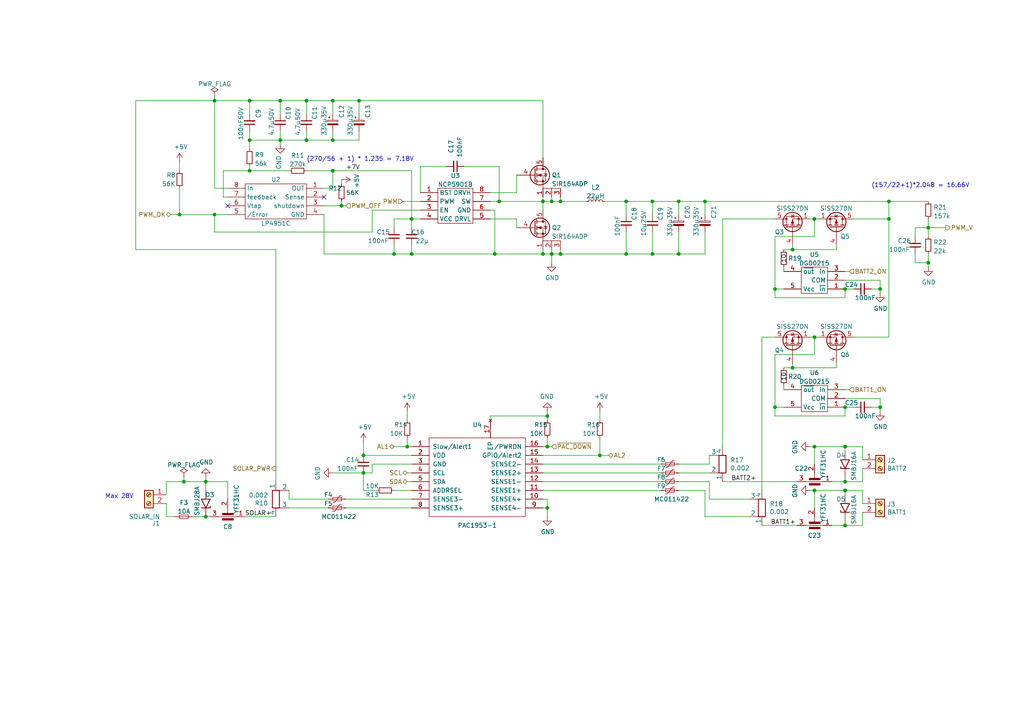
<source format=kicad_sch>
(kicad_sch (version 20211123) (generator eeschema)
  (paper "A4")
  (lib_symbols
    (symbol "Connector:Screw_Terminal_01x02" (pin_names (offset 1.016) hide)
      (property "Reference" "J" (at 0 2.54 0))
      (property "Value" "Screw_Terminal_01x02" (at 0 -5.08 0))
      (symbol "Screw_Terminal_01x02_1_1"
        (rectangle (start -1.27 1.27) (end 1.27 -3.81) (stroke (width 0.254)) (fill (type background)))
        (circle (center 0 -2.54) (radius 0.635) (stroke (width 0.1524)))
        (polyline (pts (xy -0.5334 -2.2098) (xy 0.3302 -3.048)) (stroke (width 0.1524)))
        (polyline (pts (xy -0.5334 0.3302) (xy 0.3302 -0.508)) (stroke (width 0.1524)))
        (polyline (pts (xy -0.3556 -2.032) (xy 0.508 -2.8702)) (stroke (width 0.1524)))
        (polyline (pts (xy -0.3556 0.508) (xy 0.508 -0.3302)) (stroke (width 0.1524)))
        (circle (center 0 0) (radius 0.635) (stroke (width 0.1524)))
        (pin passive line (at -5.08 0 0) (length 3.81) (name "Pin_1") (number "1"))
        (pin passive line (at -5.08 -2.54 0) (length 3.81) (name "Pin_2") (number "2"))
      )
    )
    (symbol "Device:C_Feedthrough" (pin_names (offset 0.254) hide)
      (property "Reference" "C" (at 0 7.62 0))
      (property "Value" "C_Feedthrough" (at 0 5.715 0))
      (symbol "C_Feedthrough_0_1"
        (rectangle (start -1.651 1.524) (end 1.524 2.032) (fill (type outline)))
        (polyline (pts (xy -2.54 2.54) (xy 2.54 2.54)))
        (polyline (pts (xy 0 0) (xy 0 1.778)))
        (rectangle (start 1.524 3.048) (end -1.651 3.556) (fill (type outline)))
      )
      (symbol "C_Feedthrough_1_1"
        (pin passive line (at -5.08 2.54 0) (length 2.54) (name "1") (number "1"))
        (pin passive line (at 0 -2.54 90) (length 2.54) (name "2") (number "2"))
        (pin passive line (at 5.08 2.54 180) (length 2.54) (name "3") (number "3"))
      )
    )
    (symbol "Device:C_Polarized_Small" (pin_numbers hide) (pin_names (offset 0.254) hide)
      (property "Reference" "C" (at 0.254 1.778 0))
      (property "Value" "C_Polarized_Small" (at 0.254 -2.032 0))
      (symbol "C_Polarized_Small_0_1"
        (rectangle (start -1.524 -0.3048) (end 1.524 -0.6858) (fill (type outline)))
        (rectangle (start -1.524 0.6858) (end 1.524 0.3048))
        (polyline (pts (xy -1.27 1.524) (xy -0.762 1.524)))
        (polyline (pts (xy -1.016 1.27) (xy -1.016 1.778)))
      )
      (symbol "C_Polarized_Small_1_1"
        (pin passive line (at 0 2.54 270) (length 1.8542) (name "~") (number "1"))
        (pin passive line (at 0 -2.54 90) (length 1.8542) (name "~") (number "2"))
      )
    )
    (symbol "Device:C_Small" (pin_numbers hide) (pin_names (offset 0.254) hide)
      (property "Reference" "C" (at 0.254 1.778 0))
      (property "Value" "C_Small" (at 0.254 -2.032 0))
      (symbol "C_Small_0_1"
        (polyline (pts (xy -1.524 -0.508) (xy 1.524 -0.508)) (stroke (width 0.3302)))
        (polyline (pts (xy -1.524 0.508) (xy 1.524 0.508)) (stroke (width 0.3048)))
      )
      (symbol "C_Small_1_1"
        (pin passive line (at 0 2.54 270) (length 2.032) (name "~") (number "1"))
        (pin passive line (at 0 -2.54 90) (length 2.032) (name "~") (number "2"))
      )
    )
    (symbol "Device:Fuse_Small" (pin_numbers hide) (pin_names (offset 0.254) hide)
      (property "Reference" "F" (at 0 -1.524 0))
      (property "Value" "Fuse_Small" (at 0 1.524 0))
      (symbol "Fuse_Small_0_1"
        (rectangle (start -1.27 0.508) (end 1.27 -0.508))
        (polyline (pts (xy -1.27 0) (xy 1.27 0)))
      )
      (symbol "Fuse_Small_1_1"
        (pin passive line (at -2.54 0 0) (length 1.27) (name "~") (number "1"))
        (pin passive line (at 2.54 0 180) (length 1.27) (name "~") (number "2"))
      )
    )
    (symbol "Device:L_Small" (pin_numbers hide) (pin_names (offset 0.254) hide)
      (property "Reference" "L" (at 0.762 1.016 0))
      (property "Value" "L_Small" (at 0.762 -1.016 0))
      (symbol "L_Small_0_1"
        (arc (start 0 -2.032) (mid 0.508 -1.524) (end 0 -1.016))
        (arc (start 0 -1.016) (mid 0.508 -0.508) (end 0 0))
        (arc (start 0 0) (mid 0.508 0.508) (end 0 1.016))
        (arc (start 0 1.016) (mid 0.508 1.524) (end 0 2.032))
      )
      (symbol "L_Small_1_1"
        (pin passive line (at 0 2.54 270) (length 0.508) (name "~") (number "1"))
        (pin passive line (at 0 -2.54 90) (length 0.508) (name "~") (number "2"))
      )
    )
    (symbol "Device:Polyfuse_Small" (pin_numbers hide) (pin_names (offset 0))
      (property "Reference" "F" (at -1.905 0 90))
      (property "Value" "Polyfuse_Small" (at 1.905 0 90))
      (symbol "Polyfuse_Small_0_1"
        (rectangle (start -0.508 1.27) (end 0.508 -1.27))
        (polyline (pts (xy 0 2.54) (xy 0 -2.54)))
        (polyline (pts (xy -1.016 1.27) (xy -1.016 0.762) (xy 1.016 -0.762) (xy 1.016 -1.27)))
      )
      (symbol "Polyfuse_Small_1_1"
        (pin passive line (at 0 2.54 270) (length 0.635) (name "~") (number "1"))
        (pin passive line (at 0 -2.54 90) (length 0.635) (name "~") (number "2"))
      )
    )
    (symbol "Device:R_Shunt" (pin_numbers hide) (pin_names (offset 0))
      (property "Reference" "R" (at -4.445 0 90))
      (property "Value" "R_Shunt" (at -2.54 0 90))
      (symbol "R_Shunt_0_1"
        (rectangle (start -1.016 -2.54) (end 1.016 2.54) (stroke (width 0.254)))
        (polyline (pts (xy 0 -2.54) (xy 1.27 -2.54)))
        (polyline (pts (xy 1.27 2.54) (xy 0 2.54)))
      )
      (symbol "R_Shunt_1_1"
        (pin passive line (at 0 5.08 270) (length 2.54) (name "1") (number "1"))
        (pin passive line (at 3.81 2.54 180) (length 2.54) (name "2") (number "2"))
        (pin passive line (at 3.81 -2.54 180) (length 2.54) (name "3") (number "3"))
        (pin passive line (at 0 -5.08 90) (length 2.54) (name "4") (number "4"))
      )
    )
    (symbol "Device:R_Small" (pin_numbers hide) (pin_names (offset 0.254) hide)
      (property "Reference" "R" (at 0.762 0.508 0))
      (property "Value" "R_Small" (at 0.762 -1.016 0))
      (symbol "R_Small_0_1"
        (rectangle (start -0.762 1.778) (end 0.762 -1.778) (stroke (width 0.2032)))
      )
      (symbol "R_Small_1_1"
        (pin passive line (at 0 2.54 270) (length 0.762) (name "~") (number "1"))
        (pin passive line (at 0 -2.54 90) (length 0.762) (name "~") (number "2"))
      )
    )
    (symbol "Diode:1.5KExxA" (pin_numbers hide) (pin_names (offset 1.016) hide)
      (property "Reference" "D" (at 0 2.54 0))
      (property "Value" "1.5KExxA" (at 0 -2.54 0))
      (symbol "1.5KExxA_0_1"
        (polyline (pts (xy -0.762 1.27) (xy -1.27 1.27) (xy -1.27 -1.27)) (stroke (width 0.254)))
        (polyline (pts (xy 1.27 1.27) (xy 1.27 -1.27) (xy -1.27 0) (xy 1.27 1.27)) (stroke (width 0.254)))
      )
      (symbol "1.5KExxA_1_1"
        (pin passive line (at -3.81 0 0) (length 2.54) (name "A1") (number "1"))
        (pin passive line (at 3.81 0 180) (length 2.54) (name "A2") (number "2"))
      )
    )
    (symbol "Transistor_FET:SiSS27DN" (pin_names hide)
      (property "Reference" "Q" (at 5.08 1.905 0))
      (property "Value" "SiSS27DN" (at 5.08 0 0))
      (symbol "SiSS27DN_0_1"
        (polyline (pts (xy 0.254 0) (xy -2.54 0)))
        (polyline (pts (xy 0.254 1.905) (xy 0.254 -1.905)) (stroke (width 0.254)))
        (polyline (pts (xy 0.762 -1.27) (xy 0.762 -2.286)) (stroke (width 0.254)))
        (polyline (pts (xy 0.762 0.508) (xy 0.762 -0.508)) (stroke (width 0.254)))
        (polyline (pts (xy 0.762 2.286) (xy 0.762 1.27)) (stroke (width 0.254)))
        (polyline (pts (xy 2.54 2.54) (xy 2.54 1.778)))
        (polyline (pts (xy 2.54 -2.54) (xy 2.54 0) (xy 0.762 0)))
        (polyline (pts (xy 0.762 1.778) (xy 3.302 1.778) (xy 3.302 -1.778) (xy 0.762 -1.778)))
        (polyline (pts (xy 2.286 0) (xy 1.27 0.381) (xy 1.27 -0.381) (xy 2.286 0)) (fill (type outline)))
        (polyline (pts (xy 2.794 -0.508) (xy 2.921 -0.381) (xy 3.683 -0.381) (xy 3.81 -0.254)))
        (polyline (pts (xy 3.302 -0.381) (xy 2.921 0.254) (xy 3.683 0.254) (xy 3.302 -0.381)))
        (circle (center 1.651 0) (radius 2.794) (stroke (width 0.254)))
        (circle (center 2.54 -1.778) (radius 0.254) (fill (type outline)))
        (circle (center 2.54 1.778) (radius 0.254) (fill (type outline)))
      )
      (symbol "SiSS27DN_1_1"
        (pin passive line (at 2.54 -5.08 90) (length 2.54) (name "S") (number "1"))
        (pin passive line (at 2.54 -5.08 90) (length 2.54) hide (name "S") (number "2"))
        (pin passive line (at 2.54 -5.08 90) (length 2.54) hide (name "S") (number "3"))
        (pin passive line (at -5.08 0 0) (length 2.54) (name "G") (number "4"))
        (pin passive line (at 2.54 5.08 270) (length 2.54) (name "D") (number "5"))
      )
    )
    (symbol "diode-local:DGD0215"
      (property "Reference" "U" (at 0 -5.08 0))
      (property "Value" "DGD0215" (at 0 5.08 0))
      (symbol "DGD0215_0_1"
        (rectangle (start -3.81 3.81) (end 3.81 -3.81) (stroke (width 0.1524)))
      )
      (symbol "DGD0215_1_1"
        (pin input line (at -8.89 2.54 0) (length 5.08) (name "~{in}") (number "1"))
        (pin power_in line (at -8.89 0 0) (length 5.08) (name "COM") (number "2"))
        (pin input line (at -8.89 -2.54 0) (length 5.08) (name "in") (number "3"))
        (pin output line (at 8.89 -2.54 180) (length 5.08) (name "~{out}") (number "4"))
        (pin power_in line (at 8.89 2.54 180) (length 5.08) (name "Vcc") (number "5"))
      )
    )
    (symbol "microchip-local:PAC1953-1" (pin_names (offset 1.016))
      (property "Reference" "U" (at 0 13.97 0))
      (property "Value" "PAC1953-1" (at 0 -13.97 0))
      (symbol "PAC1953-1_0_1"
        (rectangle (start -13.97 11.43) (end 13.97 -11.43))
      )
      (symbol "PAC1953-1_1_1"
        (pin bidirectional line (at -19.05 8.89 0) (length 5.08) (name "Slow/Alert1") (number "1"))
        (pin input line (at 19.05 -6.35 180) (length 5.08) (name "SENSE4+") (number "10"))
        (pin input line (at 19.05 -3.81 180) (length 5.08) (name "SENSE1+") (number "11"))
        (pin input line (at 19.05 -1.27 180) (length 5.08) (name "SENSE1-") (number "12"))
        (pin input line (at 19.05 1.27 180) (length 5.08) (name "SENSE2+") (number "13"))
        (pin input line (at 19.05 3.81 180) (length 5.08) (name "SENSE2-") (number "14"))
        (pin bidirectional line (at 19.05 6.35 180) (length 5.08) (name "GPIO/Alert2") (number "15"))
        (pin input line (at 19.05 8.89 180) (length 5.08) (name "/PWRDN") (number "16"))
        (pin no_connect line (at 3.81 16.51 270) (length 5.08) (name "EP") (number "17"))
        (pin power_in line (at -19.05 6.35 0) (length 5.08) (name "VDD") (number "2"))
        (pin power_in line (at -19.05 3.81 0) (length 5.08) (name "GND") (number "3"))
        (pin input line (at -19.05 1.27 0) (length 5.08) (name "SCL") (number "4"))
        (pin input line (at -19.05 -1.27 0) (length 5.08) (name "SDA") (number "5"))
        (pin input line (at -19.05 -3.81 0) (length 5.08) (name "ADDRSEL") (number "6"))
        (pin input line (at -19.05 -6.35 0) (length 5.08) (name "SENSE3-") (number "7"))
        (pin input line (at -19.05 -8.89 0) (length 5.08) (name "SENSE3+") (number "8"))
        (pin input line (at 19.05 -8.89 180) (length 5.08) (name "SENSE4-") (number "9"))
      )
    )
    (symbol "onsemi-local:NCP5901B"
      (property "Reference" "U" (at 0 -6.35 0))
      (property "Value" "NCP5901B" (at 0 6.35 0))
      (symbol "NCP5901B_0_1"
        (rectangle (start -5.08 5.08) (end 5.08 -5.08) (stroke (width 0.1524)))
      )
      (symbol "NCP5901B_1_1"
        (pin input line (at -10.16 3.81 0) (length 5.08) (name "BST") (number "1"))
        (pin input line (at -10.16 1.27 0) (length 5.08) (name "PWM") (number "2"))
        (pin open_collector line (at -10.16 -1.27 0) (length 5.08) (name "EN") (number "3"))
        (pin power_in line (at -10.16 -3.81 0) (length 5.08) (name "VCC") (number "4"))
        (pin output line (at 10.16 -3.81 180) (length 5.08) (name "DRVL") (number "5"))
        (pin power_in line (at 10.16 -1.27 180) (length 5.08) (name "GND") (number "6"))
        (pin input line (at 10.16 1.27 180) (length 5.08) (name "SW") (number "7"))
        (pin output line (at 10.16 3.81 180) (length 5.08) (name "DRVH") (number "8"))
      )
    )
    (symbol "power:+5V" (power) (pin_names (offset 0))
      (property "Value" "+5V" (at 0 3.556 0))
      (symbol "+5V_0_1"
        (polyline (pts (xy -0.762 1.27) (xy 0 2.54)))
        (polyline (pts (xy 0 0) (xy 0 2.54)))
        (polyline (pts (xy 0 2.54) (xy 0.762 1.27)))
      )
      (symbol "+5V_1_1"
        (pin power_in line (at 0 0 90) (length 0) hide (name "+5V") (number "1"))
      )
    )
    (symbol "power:GND" (power) (pin_names (offset 0))
      (property "Value" "GND" (at 0 -3.81 0))
      (symbol "GND_0_1"
        (polyline (pts (xy 0 0) (xy 0 -1.27) (xy 1.27 -1.27) (xy 0 -2.54) (xy -1.27 -1.27) (xy 0 -1.27)))
      )
      (symbol "GND_1_1"
        (pin power_in line (at 0 0 270) (length 0) hide (name "GND") (number "1"))
      )
    )
    (symbol "power:PWR_FLAG" (power) (pin_numbers hide) (pin_names (offset 0) hide)
      (property "Value" "PWR_FLAG" (at 0 3.81 0))
      (symbol "PWR_FLAG_0_0"
        (pin power_out line (at 0 0 90) (length 0) (name "pwr") (number "1"))
      )
      (symbol "PWR_FLAG_0_1"
        (polyline (pts (xy 0 0) (xy 0 1.27) (xy -1.016 1.905) (xy 0 2.54) (xy 1.016 1.905) (xy 0 1.27)))
      )
    )
    (symbol "q_nmos_sssgd:Q_NMOS_SSSGD" (pin_names (offset 0) hide)
      (property "Reference" "Q" (at 5.08 1.27 0))
      (property "Value" "Q_NMOS_SSSGD" (at 5.08 -1.27 0))
      (symbol "Q_NMOS_SSSGD_0_1"
        (polyline (pts (xy 0.762 -1.778) (xy 2.54 -1.778)))
        (polyline (pts (xy 0.762 -1.27) (xy 0.762 -2.286)) (stroke (width 0.254)))
        (polyline (pts (xy 0.762 0) (xy 2.54 0)))
        (polyline (pts (xy 0.762 0.508) (xy 0.762 -0.508)) (stroke (width 0.254)))
        (polyline (pts (xy 0.762 1.778) (xy 2.54 1.778)))
        (polyline (pts (xy 0.762 2.286) (xy 0.762 1.27)) (stroke (width 0.254)))
        (polyline (pts (xy 2.54 -3.81) (xy 5.08 -3.81)))
        (polyline (pts (xy 2.54 -2.54) (xy 2.54 -3.81)))
        (polyline (pts (xy 2.54 -1.778) (xy 2.54 -2.54)))
        (polyline (pts (xy 2.54 -1.778) (xy 2.54 0)))
        (polyline (pts (xy 2.54 2.54) (xy 2.54 1.778)))
        (polyline (pts (xy 5.08 -3.81) (xy 7.62 -3.81)))
        (polyline (pts (xy 0.254 1.905) (xy 0.254 -1.905) (xy 0.254 -1.905)) (stroke (width 0.254)))
        (polyline (pts (xy 1.016 0) (xy 2.032 0.381) (xy 2.032 -0.381) (xy 1.016 0)) (fill (type outline)))
        (polyline (pts (xy 2.54 -1.778) (xy 3.302 -1.778) (xy 3.302 1.778) (xy 2.54 1.778)))
        (polyline (pts (xy 2.794 0.508) (xy 2.921 0.381) (xy 3.683 0.381) (xy 3.81 0.254)))
        (polyline (pts (xy 3.302 0.381) (xy 2.921 -0.254) (xy 3.683 -0.254) (xy 3.302 0.381)))
        (circle (center 1.651 0) (radius 2.8194) (stroke (width 0.254)))
        (circle (center 2.54 -1.778) (radius 0.2794) (fill (type outline)))
        (circle (center 2.54 1.778) (radius 0.2794) (fill (type outline)))
      )
      (symbol "Q_NMOS_SSSGD_1_1"
        (pin input line (at 2.54 -6.35 90) (length 2.54) (name "S") (number "1"))
        (pin input line (at 5.08 -6.35 90) (length 2.54) (name "S") (number "2"))
        (pin input line (at 7.62 -6.35 90) (length 2.54) (name "S") (number "3"))
        (pin input line (at -5.08 0 0) (length 5.334) (name "G") (number "4"))
        (pin passive line (at 2.54 5.08 270) (length 2.54) (name "D") (number "5"))
      )
    )
    (symbol "texas-local:LP4951C"
      (property "Reference" "U" (at 0 -8.89 0))
      (property "Value" "LP4951C" (at 0 8.89 0))
      (symbol "LP4951C_0_1"
        (rectangle (start -8.89 5.08) (end 8.89 -5.08) (stroke (width 0.1524)))
      )
      (symbol "LP4951C_1_1"
        (pin power_out line (at -13.97 3.81 0) (length 5.08) (name "OUT") (number "1"))
        (pin input line (at -13.97 1.27 0) (length 5.08) (name "Sense") (number "2"))
        (pin input line (at -13.97 -1.27 0) (length 5.08) (name "shutdown") (number "3"))
        (pin power_in line (at -13.97 -3.81 0) (length 5.08) (name "GND") (number "4"))
        (pin open_collector line (at 13.97 -3.81 180) (length 5.08) (name "/Error") (number "5"))
        (pin output line (at 13.97 -1.27 180) (length 5.08) (name "Vtap") (number "6"))
        (pin input line (at 13.97 1.27 180) (length 5.08) (name "feedback") (number "7"))
        (pin power_in line (at 13.97 3.81 180) (length 5.08) (name "In") (number "8"))
      )
    )
  )
  (junction (at 157.48 73.66))
  (junction (at 72.39 49.53))
  (junction (at 236.22 97.79))
  (junction (at 255.27 118.11))
  (junction (at 59.69 139.7))
  (junction (at 96.52 29.21))
  (junction (at 255.27 83.82))
  (junction (at 88.9 40.64))
  (junction (at 245.11 118.11))
  (junction (at 181.61 58.42))
  (junction (at 59.69 149.86))
  (junction (at 229.87 106.68))
  (junction (at 196.85 58.42))
  (junction (at 269.24 66.04))
  (junction (at 236.22 142.24))
  (junction (at 88.9 29.21))
  (junction (at 236.22 63.5))
  (junction (at 96.52 40.64))
  (junction (at 204.47 58.42))
  (junction (at 99.06 59.69))
  (junction (at 119.38 63.5))
  (junction (at 72.39 40.64))
  (junction (at 229.87 72.39))
  (junction (at 160.02 58.42))
  (junction (at 144.78 58.42))
  (junction (at 105.41 137.16))
  (junction (at 81.28 29.21))
  (junction (at 52.07 62.23))
  (junction (at 96.52 49.53))
  (junction (at 257.81 63.5))
  (junction (at 53.34 139.7))
  (junction (at 196.85 73.66))
  (junction (at 245.11 83.82))
  (junction (at 157.48 58.42))
  (junction (at 269.24 76.2))
  (junction (at 62.23 29.21))
  (junction (at 105.41 132.08))
  (junction (at 158.75 147.32))
  (junction (at 158.75 129.54))
  (junction (at 245.11 129.54))
  (junction (at 257.81 58.42))
  (junction (at 114.3 73.66))
  (junction (at 81.28 40.64))
  (junction (at 189.23 73.66))
  (junction (at 236.22 129.54))
  (junction (at 245.11 152.4))
  (junction (at 245.11 142.24))
  (junction (at 160.02 73.66))
  (junction (at 224.79 118.11))
  (junction (at 104.14 29.21))
  (junction (at 119.38 73.66))
  (junction (at 62.23 62.23))
  (junction (at 173.99 132.08))
  (junction (at 224.79 83.82))
  (junction (at 181.61 73.66))
  (junction (at 189.23 58.42))
  (junction (at 162.56 58.42))
  (junction (at 143.51 73.66))
  (junction (at 118.11 129.54))
  (junction (at 158.75 120.65))
  (junction (at 245.11 139.7))
  (junction (at 72.39 29.21))
  (junction (at 162.56 73.66))
  (no_connect (at 66.04 59.69))
  (no_connect (at 93.98 57.15))
  (wire (pts (xy 269.24 63.5) (xy 269.24 66.04)))
  (wire (pts (xy 245.11 113.03) (xy 246.38 113.03)))
  (wire (pts (xy 157.48 147.32) (xy 158.75 147.32)))
  (wire (pts (xy 160.02 73.66) (xy 157.48 73.66)))
  (wire (pts (xy 250.19 152.4) (xy 250.19 148.59)))
  (wire (pts (xy 88.9 38.1) (xy 88.9 40.64)))
  (wire (pts (xy 62.23 67.31) (xy 62.23 62.23)))
  (wire (pts (xy 144.78 58.42) (xy 157.48 58.42)))
  (wire (pts (xy 119.38 49.53) (xy 119.38 63.5)))
  (wire (pts (xy 62.23 29.21) (xy 62.23 54.61)))
  (wire (pts (xy 144.78 58.42) (xy 142.24 58.42)))
  (wire (pts (xy 241.3 139.7) (xy 245.11 139.7)))
  (wire (pts (xy 160.02 73.66) (xy 160.02 76.2)))
  (wire (pts (xy 157.48 58.42) (xy 160.02 58.42)))
  (wire (pts (xy 236.22 63.5) (xy 237.49 63.5)))
  (wire (pts (xy 157.48 134.62) (xy 191.77 134.62)))
  (wire (pts (xy 83.82 144.78) (xy 83.82 142.24)))
  (wire (pts (xy 157.48 137.16) (xy 191.77 137.16)))
  (wire (pts (xy 241.3 152.4) (xy 245.11 152.4)))
  (wire (pts (xy 72.39 40.64) (xy 72.39 43.18)))
  (wire (pts (xy 116.84 58.42) (xy 121.92 58.42)))
  (wire (pts (xy 119.38 132.08) (xy 105.41 132.08)))
  (wire (pts (xy 93.98 59.69) (xy 99.06 59.69)))
  (wire (pts (xy 62.23 62.23) (xy 66.04 62.23)))
  (wire (pts (xy 134.62 48.26) (xy 144.78 48.26)))
  (wire (pts (xy 205.74 144.78) (xy 205.74 139.7)))
  (wire (pts (xy 252.73 118.11) (xy 255.27 118.11)))
  (wire (pts (xy 59.69 138.43) (xy 59.69 139.7)))
  (wire (pts (xy 64.77 49.53) (xy 64.77 57.15)))
  (wire (pts (xy 220.98 97.79) (xy 224.79 97.79)))
  (wire (pts (xy 204.47 67.31) (xy 204.47 73.66)))
  (wire (pts (xy 224.79 118.11) (xy 227.33 118.11)))
  (wire (pts (xy 118.11 129.54) (xy 114.3 129.54)))
  (wire (pts (xy 181.61 58.42) (xy 175.26 58.42)))
  (wire (pts (xy 196.85 142.24) (xy 204.47 142.24)))
  (wire (pts (xy 59.69 139.7) (xy 66.04 139.7)))
  (wire (pts (xy 157.48 142.24) (xy 191.77 142.24)))
  (wire (pts (xy 269.24 66.04) (xy 274.32 66.04)))
  (wire (pts (xy 269.24 76.2) (xy 269.24 77.47)))
  (wire (pts (xy 162.56 58.42) (xy 162.56 57.15)))
  (wire (pts (xy 96.52 29.21) (xy 104.14 29.21)))
  (wire (pts (xy 157.48 132.08) (xy 173.99 132.08)))
  (wire (pts (xy 245.11 78.74) (xy 246.38 78.74)))
  (wire (pts (xy 143.51 60.96) (xy 143.51 73.66)))
  (wire (pts (xy 160.02 129.54) (xy 158.75 129.54)))
  (wire (pts (xy 189.23 58.42) (xy 196.85 58.42)))
  (wire (pts (xy 196.85 134.62) (xy 205.74 134.62)))
  (wire (pts (xy 157.48 58.42) (xy 157.48 57.15)))
  (wire (pts (xy 149.86 63.5) (xy 149.86 66.04)))
  (wire (pts (xy 118.11 129.54) (xy 119.38 129.54)))
  (wire (pts (xy 53.34 138.43) (xy 53.34 139.7)))
  (wire (pts (xy 224.79 118.11) (xy 224.79 120.65)))
  (wire (pts (xy 236.22 129.54) (xy 245.11 129.54)))
  (wire (pts (xy 71.12 149.86) (xy 80.01 149.86)))
  (wire (pts (xy 245.11 120.65) (xy 224.79 120.65)))
  (wire (pts (xy 236.22 97.79) (xy 237.49 97.79)))
  (wire (pts (xy 245.11 83.82) (xy 245.11 86.36)))
  (wire (pts (xy 269.24 66.04) (xy 265.43 66.04)))
  (wire (pts (xy 255.27 81.28) (xy 255.27 83.82)))
  (wire (pts (xy 64.77 57.15) (xy 66.04 57.15)))
  (wire (pts (xy 118.11 137.16) (xy 119.38 137.16)))
  (wire (pts (xy 162.56 58.42) (xy 170.18 58.42)))
  (wire (pts (xy 96.52 40.64) (xy 104.14 40.64)))
  (wire (pts (xy 99.06 52.07) (xy 99.06 53.34)))
  (wire (pts (xy 142.24 55.88) (xy 149.86 55.88)))
  (wire (pts (xy 81.28 40.64) (xy 81.28 41.91)))
  (wire (pts (xy 52.07 49.53) (xy 52.07 46.99)))
  (wire (pts (xy 83.82 49.53) (xy 72.39 49.53)))
  (wire (pts (xy 173.99 132.08) (xy 173.99 127)))
  (wire (pts (xy 257.81 63.5) (xy 247.65 63.5)))
  (wire (pts (xy 114.3 73.66) (xy 119.38 73.66)))
  (wire (pts (xy 181.61 58.42) (xy 181.61 62.23)))
  (wire (pts (xy 242.57 71.12) (xy 242.57 72.39)))
  (wire (pts (xy 204.47 149.86) (xy 217.17 149.86)))
  (wire (pts (xy 48.26 139.7) (xy 53.34 139.7)))
  (wire (pts (xy 245.11 152.4) (xy 250.19 152.4)))
  (wire (pts (xy 227.33 111.76) (xy 227.33 113.03)))
  (wire (pts (xy 121.92 60.96) (xy 107.95 60.96)))
  (wire (pts (xy 100.33 144.78) (xy 119.38 144.78)))
  (wire (pts (xy 209.55 139.7) (xy 231.14 139.7)))
  (wire (pts (xy 196.85 139.7) (xy 205.74 139.7)))
  (wire (pts (xy 236.22 142.24) (xy 245.11 142.24)))
  (wire (pts (xy 227.33 77.47) (xy 227.33 78.74)))
  (wire (pts (xy 158.75 120.65) (xy 142.24 120.65)))
  (wire (pts (xy 173.99 132.08) (xy 176.53 132.08)))
  (wire (pts (xy 162.56 73.66) (xy 181.61 73.66)))
  (wire (pts (xy 96.52 49.53) (xy 119.38 49.53)))
  (wire (pts (xy 234.95 97.79) (xy 236.22 97.79)))
  (wire (pts (xy 119.38 71.12) (xy 119.38 73.66)))
  (wire (pts (xy 81.28 29.21) (xy 72.39 29.21)))
  (wire (pts (xy 96.52 29.21) (xy 96.52 33.02)))
  (wire (pts (xy 107.95 137.16) (xy 107.95 134.62)))
  (wire (pts (xy 118.11 139.7) (xy 119.38 139.7)))
  (wire (pts (xy 72.39 49.53) (xy 72.39 48.26)))
  (wire (pts (xy 220.98 142.24) (xy 220.98 97.79)))
  (wire (pts (xy 162.56 72.39) (xy 162.56 73.66)))
  (wire (pts (xy 245.11 118.11) (xy 245.11 120.65)))
  (wire (pts (xy 269.24 66.04) (xy 269.24 68.58)))
  (wire (pts (xy 250.19 129.54) (xy 250.19 133.35)))
  (wire (pts (xy 119.38 63.5) (xy 121.92 63.5)))
  (wire (pts (xy 250.19 139.7) (xy 250.19 135.89)))
  (wire (pts (xy 234.95 63.5) (xy 236.22 63.5)))
  (wire (pts (xy 119.38 73.66) (xy 143.51 73.66)))
  (wire (pts (xy 59.69 139.7) (xy 59.69 142.24)))
  (wire (pts (xy 189.23 58.42) (xy 181.61 58.42)))
  (wire (pts (xy 88.9 40.64) (xy 96.52 40.64)))
  (wire (pts (xy 224.79 63.5) (xy 209.55 63.5)))
  (wire (pts (xy 234.95 142.24) (xy 236.22 142.24)))
  (wire (pts (xy 158.75 129.54) (xy 158.75 127)))
  (wire (pts (xy 48.26 149.86) (xy 50.8 149.86)))
  (wire (pts (xy 104.14 29.21) (xy 104.14 33.02)))
  (wire (pts (xy 204.47 142.24) (xy 204.47 149.86)))
  (wire (pts (xy 53.34 139.7) (xy 59.69 139.7)))
  (wire (pts (xy 52.07 62.23) (xy 62.23 62.23)))
  (wire (pts (xy 236.22 63.5) (xy 236.22 68.58)))
  (wire (pts (xy 265.43 66.04) (xy 265.43 68.58)))
  (wire (pts (xy 257.81 58.42) (xy 257.81 63.5)))
  (wire (pts (xy 189.23 67.31) (xy 189.23 73.66)))
  (wire (pts (xy 72.39 29.21) (xy 62.23 29.21)))
  (wire (pts (xy 99.06 58.42) (xy 99.06 59.69)))
  (wire (pts (xy 114.3 71.12) (xy 114.3 73.66)))
  (wire (pts (xy 245.11 115.57) (xy 255.27 115.57)))
  (wire (pts (xy 55.88 149.86) (xy 59.69 149.86)))
  (wire (pts (xy 224.79 102.87) (xy 224.79 118.11)))
  (wire (pts (xy 96.52 49.53) (xy 88.9 49.53)))
  (wire (pts (xy 118.11 127) (xy 118.11 129.54)))
  (wire (pts (xy 39.37 29.21) (xy 62.23 29.21)))
  (wire (pts (xy 114.3 66.04) (xy 114.3 63.5)))
  (wire (pts (xy 157.48 29.21) (xy 157.48 45.72)))
  (wire (pts (xy 72.39 49.53) (xy 64.77 49.53)))
  (wire (pts (xy 142.24 120.65) (xy 142.24 121.92)))
  (wire (pts (xy 245.11 81.28) (xy 255.27 81.28)))
  (wire (pts (xy 236.22 68.58) (xy 224.79 68.58)))
  (wire (pts (xy 162.56 73.66) (xy 160.02 73.66)))
  (wire (pts (xy 229.87 72.39) (xy 229.87 71.12)))
  (wire (pts (xy 245.11 86.36) (xy 224.79 86.36)))
  (wire (pts (xy 196.85 67.31) (xy 196.85 73.66)))
  (wire (pts (xy 62.23 67.31) (xy 107.95 67.31)))
  (wire (pts (xy 158.75 120.65) (xy 158.75 121.92)))
  (wire (pts (xy 229.87 106.68) (xy 229.87 105.41)))
  (wire (pts (xy 93.98 62.23) (xy 93.98 73.66)))
  (wire (pts (xy 80.01 72.39) (xy 39.37 72.39)))
  (wire (pts (xy 224.79 68.58) (xy 224.79 83.82)))
  (wire (pts (xy 255.27 115.57) (xy 255.27 118.11)))
  (wire (pts (xy 224.79 83.82) (xy 227.33 83.82)))
  (wire (pts (xy 181.61 67.31) (xy 181.61 73.66)))
  (wire (pts (xy 245.11 142.24) (xy 245.11 143.51)))
  (wire (pts (xy 173.99 121.92) (xy 173.99 119.38)))
  (wire (pts (xy 114.3 63.5) (xy 119.38 63.5)))
  (wire (pts (xy 204.47 58.42) (xy 257.81 58.42)))
  (wire (pts (xy 157.48 58.42) (xy 157.48 60.96)))
  (wire (pts (xy 96.52 40.64) (xy 96.52 38.1)))
  (wire (pts (xy 245.11 83.82) (xy 247.65 83.82)))
  (wire (pts (xy 88.9 29.21) (xy 88.9 33.02)))
  (wire (pts (xy 236.22 129.54) (xy 236.22 134.62)))
  (wire (pts (xy 72.39 29.21) (xy 72.39 33.02)))
  (wire (pts (xy 245.11 129.54) (xy 250.19 129.54)))
  (wire (pts (xy 81.28 38.1) (xy 81.28 40.64)))
  (wire (pts (xy 257.81 97.79) (xy 257.81 63.5)))
  (wire (pts (xy 39.37 72.39) (xy 39.37 29.21)))
  (wire (pts (xy 81.28 40.64) (xy 72.39 40.64)))
  (wire (pts (xy 269.24 73.66) (xy 269.24 76.2)))
  (wire (pts (xy 265.43 76.2) (xy 269.24 76.2)))
  (wire (pts (xy 189.23 73.66) (xy 181.61 73.66)))
  (wire (pts (xy 205.74 134.62) (xy 205.74 132.08)))
  (wire (pts (xy 81.28 29.21) (xy 81.28 33.02)))
  (wire (pts (xy 242.57 72.39) (xy 229.87 72.39)))
  (wire (pts (xy 62.23 27.94) (xy 62.23 29.21)))
  (wire (pts (xy 62.23 54.61) (xy 66.04 54.61)))
  (wire (pts (xy 158.75 119.38) (xy 158.75 120.65)))
  (wire (pts (xy 118.11 121.92) (xy 118.11 119.38)))
  (wire (pts (xy 245.11 118.11) (xy 247.65 118.11)))
  (wire (pts (xy 157.48 73.66) (xy 157.48 72.39)))
  (wire (pts (xy 142.24 63.5) (xy 149.86 63.5)))
  (wire (pts (xy 83.82 144.78) (xy 95.25 144.78)))
  (wire (pts (xy 160.02 72.39) (xy 160.02 73.66)))
  (wire (pts (xy 245.11 129.54) (xy 245.11 130.81)))
  (wire (pts (xy 96.52 137.16) (xy 105.41 137.16)))
  (wire (pts (xy 88.9 40.64) (xy 81.28 40.64)))
  (wire (pts (xy 149.86 55.88) (xy 149.86 50.8)))
  (wire (pts (xy 52.07 54.61) (xy 52.07 62.23)))
  (wire (pts (xy 234.95 129.54) (xy 236.22 129.54)))
  (wire (pts (xy 119.38 142.24) (xy 114.3 142.24)))
  (wire (pts (xy 107.95 134.62) (xy 119.38 134.62)))
  (wire (pts (xy 80.01 72.39) (xy 80.01 139.7)))
  (wire (pts (xy 229.87 72.39) (xy 227.33 72.39)))
  (wire (pts (xy 265.43 73.66) (xy 265.43 76.2)))
  (wire (pts (xy 245.11 139.7) (xy 250.19 139.7)))
  (wire (pts (xy 220.98 152.4) (xy 231.14 152.4)))
  (wire (pts (xy 252.73 83.82) (xy 255.27 83.82)))
  (wire (pts (xy 236.22 102.87) (xy 224.79 102.87)))
  (wire (pts (xy 143.51 73.66) (xy 157.48 73.66)))
  (wire (pts (xy 245.11 151.13) (xy 245.11 152.4)))
  (wire (pts (xy 196.85 58.42) (xy 196.85 62.23)))
  (wire (pts (xy 48.26 139.7) (xy 48.26 143.51)))
  (wire (pts (xy 119.38 66.04) (xy 119.38 63.5)))
  (wire (pts (xy 105.41 132.08) (xy 105.41 128.27)))
  (wire (pts (xy 204.47 58.42) (xy 204.47 62.23)))
  (wire (pts (xy 66.04 139.7) (xy 66.04 144.78)))
  (wire (pts (xy 196.85 58.42) (xy 204.47 58.42)))
  (wire (pts (xy 100.33 147.32) (xy 119.38 147.32)))
  (wire (pts (xy 93.98 73.66) (xy 114.3 73.66)))
  (wire (pts (xy 109.22 142.24) (xy 105.41 142.24)))
  (wire (pts (xy 88.9 29.21) (xy 96.52 29.21)))
  (wire (pts (xy 160.02 57.15) (xy 160.02 58.42)))
  (wire (pts (xy 189.23 73.66) (xy 196.85 73.66)))
  (wire (pts (xy 157.48 144.78) (xy 158.75 144.78)))
  (wire (pts (xy 157.48 129.54) (xy 158.75 129.54)))
  (wire (pts (xy 144.78 48.26) (xy 144.78 58.42)))
  (wire (pts (xy 255.27 83.82) (xy 255.27 85.09)))
  (wire (pts (xy 158.75 147.32) (xy 158.75 149.86)))
  (wire (pts (xy 88.9 29.21) (xy 81.28 29.21)))
  (wire (pts (xy 48.26 149.86) (xy 48.26 146.05)))
  (wire (pts (xy 107.95 60.96) (xy 107.95 67.31)))
  (wire (pts (xy 157.48 139.7) (xy 191.77 139.7)))
  (wire (pts (xy 250.19 142.24) (xy 250.19 146.05)))
  (wire (pts (xy 105.41 137.16) (xy 105.41 142.24)))
  (wire (pts (xy 83.82 147.32) (xy 95.25 147.32)))
  (wire (pts (xy 49.53 62.23) (xy 52.07 62.23)))
  (wire (pts (xy 209.55 63.5) (xy 209.55 129.54)))
  (wire (pts (xy 196.85 137.16) (xy 205.74 137.16)))
  (wire (pts (xy 160.02 58.42) (xy 162.56 58.42)))
  (wire (pts (xy 104.14 40.64) (xy 104.14 38.1)))
  (wire (pts (xy 158.75 144.78) (xy 158.75 147.32)))
  (wire (pts (xy 224.79 83.82) (xy 224.79 86.36)))
  (wire (pts (xy 93.98 54.61) (xy 96.52 54.61)))
  (wire (pts (xy 96.52 54.61) (xy 96.52 49.53)))
  (wire (pts (xy 217.17 144.78) (xy 205.74 144.78)))
  (wire (pts (xy 257.81 58.42) (xy 269.24 58.42)))
  (wire (pts (xy 245.11 138.43) (xy 245.11 139.7)))
  (wire (pts (xy 59.69 149.86) (xy 60.96 149.86)))
  (wire (pts (xy 105.41 137.16) (xy 107.95 137.16)))
  (wire (pts (xy 242.57 105.41) (xy 242.57 106.68)))
  (wire (pts (xy 236.22 97.79) (xy 236.22 102.87)))
  (wire (pts (xy 99.06 59.69) (xy 100.33 59.69)))
  (wire (pts (xy 247.65 97.79) (xy 257.81 97.79)))
  (wire (pts (xy 229.87 106.68) (xy 227.33 106.68)))
  (wire (pts (xy 121.92 55.88) (xy 121.92 48.26)))
  (wire (pts (xy 242.57 106.68) (xy 229.87 106.68)))
  (wire (pts (xy 104.14 29.21) (xy 157.48 29.21)))
  (wire (pts (xy 245.11 142.24) (xy 250.19 142.24)))
  (wire (pts (xy 255.27 118.11) (xy 255.27 119.38)))
  (wire (pts (xy 143.51 60.96) (xy 142.24 60.96)))
  (wire (pts (xy 189.23 58.42) (xy 189.23 62.23)))
  (wire (pts (xy 121.92 48.26) (xy 129.54 48.26)))
  (wire (pts (xy 196.85 73.66) (xy 204.47 73.66)))
  (wire (pts (xy 236.22 142.24) (xy 236.22 147.32)))
  (wire (pts (xy 72.39 40.64) (xy 72.39 38.1)))
  (text "Max 28V" (at 30.48 144.78 0) (effects (font (size 1.27 1.27)) (justify left bottom)))
  (text "(157/22+1)*2.048 = 16.66V" (at 252.73 54.61 0) (effects (font (size 1.27 1.27)) (justify left bottom)))
  (text "(270/56 + 1) * 1.235 = 7.18V" (at 88.9 46.99 0) (effects (font (size 1.27 1.27)) (justify left bottom)))
  (label "+7V" (at 100.33 49.53 0))
  (label "SOLAR+" (at 78.74 149.86 180))
  (label "BATT2+" (at 212.09 139.7 0))
  (label "BATT1+" (at 223.52 152.4 0))
  (hierarchical_label "PWM_V" (shape output) (at 274.32 66.04 0))
  (hierarchical_label "PWM" (shape input) (at 116.84 58.42 180))
  (hierarchical_label "PWM_OFF" (shape input) (at 100.33 59.69 0))
  (hierarchical_label "SDA" (shape bidirectional) (at 118.11 139.7 180))
  (hierarchical_label "AL2" (shape bidirectional) (at 176.53 132.08 0))
  (hierarchical_label "BATT1_ON" (shape input) (at 246.38 113.03 0))
  (hierarchical_label "PWM_OK" (shape bidirectional) (at 49.53 62.23 180))
  (hierarchical_label "BATT2_ON" (shape input) (at 246.38 78.74 0))
  (hierarchical_label "AL1" (shape bidirectional) (at 114.3 129.54 180))
  (hierarchical_label "SOLAR_PWR" (shape output) (at 80.01 135.89 180))
  (hierarchical_label "~{PAC_DOWN}" (shape input) (at 160.02 129.54 0))
  (hierarchical_label "SCL" (shape bidirectional) (at 118.11 137.16 180))
  (symbol (lib_id "Device:Polyfuse_Small") (at 97.79 144.78 270) (unit 1)
    (property "Reference" "F4" (at 95.25 143.51 90))
    (property "Value" " MC011422" (effects hide))
    (property "Footprint" "Resistor_SMD:R_0603_1608Metric_Pad0.98x0.95mm_HandSolder" (effects hide))
    (property "P/N" " MC011422" (effects hide))
  )
  (symbol (lib_id "diode-local:DGD0215") (at 236.22 81.28 180) (unit 1)
    (property "Reference" "U5" (at 236.22 73.821 0))
    (property "Value" "DGD0215" (at 236.22 76.3579 0))
    (property "Footprint" "Package_TO_SOT_SMD:TSOT-23-5" (effects hide))
  )
  (symbol (lib_id "power:+5V") (at 99.06 52.07 270) (unit 1)
    (property "Reference" "#PWR012" (effects hide))
    (property "Value" "+5V" (at 103.4542 52.451 0))
  )
  (symbol (lib_id "Device:C_Small") (at 189.23 64.77 0) (unit 1)
    (property "Reference" "C19" (at 191.5541 63.9416 90) (effects (justify left)))
    (property "Value" "10µ25V" (at 186.69 68.58 90) (effects (justify left)))
    (property "Footprint" "Capacitor_SMD:C_1206_3216Metric_Pad1.33x1.80mm_HandSolder" (effects hide))
    (property "P/N" "GRM31CR71H475KA12L" (effects hide))
  )
  (symbol (lib_id "Device:C_Polarized_Small") (at 204.47 64.77 0) (unit 1)
    (property "Reference" "C21" (at 207.01 63.5 90) (effects (justify left)))
    (property "Value" "330µ35V" (at 201.93 68.58 90) (effects (justify left)))
    (property "Footprint" "Capacitor_SMD:CP_Elec_10x12.6" (effects hide))
    (property "P/N" "A780MS337M1VLAS020" (effects hide))
  )
  (symbol (lib_id "Device:C_Polarized_Small") (at 104.14 35.56 0) (unit 1)
    (property "Reference" "C13" (at 106.68 34.29 90) (effects (justify left)))
    (property "Value" "330µ35V" (at 101.6 39.37 90) (effects (justify left)))
    (property "Footprint" "Capacitor_SMD:CP_Elec_10x12.6" (effects hide))
    (property "P/N" "A780MS337M1VLAS020" (effects hide))
  )
  (symbol (lib_id "Diode:1.5KExxA") (at 245.11 147.32 90) (unit 1)
    (property "Reference" "D5" (at 242.57 144.78 90) (effects (justify right)))
    (property "Value" "SMBJ16A" (at 247.65 143.51 0) (effects (justify right)))
    (property "Footprint" "Diode_SMD:D_SMB_Handsoldering" (effects hide))
    (property "Datasheet" "https://www.vishay.com/docs/88301/15ke.pdf" (effects hide))
  )
  (symbol (lib_id "onsemi-local:NCP5901B") (at 132.08 59.69 0) (unit 1)
    (property "Reference" "U3" (at 132.08 50.961 0))
    (property "Value" "NCP5901B" (at 132.08 53.4979 0))
    (property "Footprint" "Package_SO:SOIC-8_3.9x4.9mm_P1.27mm" (effects hide))
    (property "P/N" "NCP5901BDR2G" (effects hide))
  )
  (symbol (lib_id "Device:R_Small") (at 118.11 124.46 180) (unit 1)
    (property "Reference" "R14" (at 114.3 123.19 0) (effects (justify right)))
    (property "Value" "10K" (at 113.03 125.73 0) (effects (justify right)))
    (property "Footprint" "Resistor_SMD:R_0805_2012Metric_Pad1.20x1.40mm_HandSolder" (effects hide))
  )
  (symbol (lib_id "Device:C_Small") (at 132.08 48.26 270) (unit 1)
    (property "Reference" "C17" (at 130.81 44.45 0) (effects (justify right)))
    (property "Value" "100nF" (at 133.35 45.72 0) (effects (justify right)))
    (property "Footprint" "Capacitor_SMD:C_0805_2012Metric_Pad1.18x1.45mm_HandSolder" (effects hide))
  )
  (symbol (lib_id "q_nmos_sssgd:Q_NMOS_SSSGD") (at 154.94 66.04 0) (unit 1)
    (property "Reference" "Q2" (at 160.02 66.04 0) (effects (justify left)))
    (property "Value" "SIR164ADP" (at 160.02 68.58 0) (effects (justify left)))
    (property "Footprint" "Package_SO:PowerPAK_SO-8_Single" (effects hide))
    (property "P/N" " SIR164ADP-T1-GE3 " (effects hide))
  )
  (symbol (lib_id "power:+5V") (at 105.41 128.27 0) (unit 1)
    (property "Reference" "#PWR013" (effects hide))
    (property "Value" "+5V" (at 105.791 123.8758 0))
  )
  (symbol (lib_id "power:+5V") (at 52.07 46.99 0) (unit 1)
    (property "Reference" "#PWR08" (effects hide))
    (property "Value" "+5V" (at 52.451 42.5958 0))
  )
  (symbol (lib_id "Connector:Screw_Terminal_01x02") (at 255.27 133.35 0) (unit 1)
    (property "Reference" "J2" (at 257.302 133.5532 0) (effects (justify left)))
    (property "Value" "BATT2" (at 257.302 135.8646 0) (effects (justify left)))
    (property "Footprint" "TerminalBlock_MetzConnect:TerminalBlock_MetzConnect_Type703_RT10N02HGLU_1x02_P9.52mm_Horizontal" (effects hide))
    (property "P/N" "MC000054" (effects hide))
  )
  (symbol (lib_id "q_nmos_sssgd:Q_NMOS_SSSGD") (at 154.94 50.8 0) (unit 1)
    (property "Reference" "Q1" (at 160.02 50.8 0) (effects (justify left)))
    (property "Value" "SIR164ADP" (at 160.02 53.34 0) (effects (justify left)))
    (property "Footprint" "Package_SO:PowerPAK_SO-8_Single" (effects hide))
    (property "P/N" " SIR164ADP-T1-GE3 " (effects hide))
  )
  (symbol (lib_id "power:GND") (at 158.75 119.38 180) (unit 1)
    (property "Reference" "#PWR015" (effects hide))
    (property "Value" "GND" (at 158.623 114.9858 0))
  )
  (symbol (lib_id "power:GND") (at 81.28 41.91 0) (unit 1)
    (property "Reference" "#PWR010" (effects hide))
    (property "Value" "GND" (at 80.8462 45.085 90) (effects (justify right)))
  )
  (symbol (lib_id "Device:C_Small") (at 114.3 68.58 180) (unit 1)
    (property "Reference" "C15" (at 109.22 67.31 0) (effects (justify right)))
    (property "Value" "100nF" (at 106.68 69.85 0) (effects (justify right)))
    (property "Footprint" "Capacitor_SMD:C_0805_2012Metric_Pad1.18x1.45mm_HandSolder" (effects hide))
  )
  (symbol (lib_id "power:+5V") (at 118.11 119.38 0) (unit 1)
    (property "Reference" "#PWR014" (effects hide))
    (property "Value" "+5V" (at 118.491 114.9858 0))
  )
  (symbol (lib_id "power:GND") (at 269.24 77.47 0) (unit 1)
    (property "Reference" "#PWR023" (effects hide))
    (property "Value" "GND" (at 269.367 81.8642 0))
  )
  (symbol (lib_id "Device:R_Small") (at 158.75 124.46 180) (unit 1)
    (property "Reference" "R15" (at 154.94 123.19 0) (effects (justify right)))
    (property "Value" "10K" (at 153.67 125.73 0) (effects (justify right)))
    (property "Footprint" "Resistor_SMD:R_0805_2012Metric_Pad1.20x1.40mm_HandSolder" (effects hide))
  )
  (symbol (lib_id "Connector:Screw_Terminal_01x02") (at 255.27 146.05 0) (unit 1)
    (property "Reference" "J3" (at 257.302 146.2532 0) (effects (justify left)))
    (property "Value" "BATT1" (at 257.302 148.5646 0) (effects (justify left)))
    (property "Footprint" "TerminalBlock_MetzConnect:TerminalBlock_MetzConnect_Type703_RT10N02HGLU_1x02_P9.52mm_Horizontal" (effects hide))
    (property "P/N" "MC000054" (effects hide))
  )
  (symbol (lib_id "power:+5V") (at 173.99 119.38 0) (unit 1)
    (property "Reference" "#PWR018" (effects hide))
    (property "Value" "+5V" (at 174.371 114.9858 0))
  )
  (symbol (lib_id "Device:C_Polarized_Small") (at 96.52 35.56 0) (unit 1)
    (property "Reference" "C12" (at 99.06 34.29 90) (effects (justify left)))
    (property "Value" "330µ35V" (at 93.98 39.37 90) (effects (justify left)))
    (property "Footprint" "Capacitor_SMD:CP_Elec_10x12.6" (effects hide))
    (property "P/N" "A780MS337M1VLAS020" (effects hide))
  )
  (symbol (lib_id "Device:R_Small") (at 173.99 124.46 180) (unit 1)
    (property "Reference" "R16" (at 170.18 123.19 0) (effects (justify right)))
    (property "Value" "10K" (at 168.91 125.73 0) (effects (justify right)))
    (property "Footprint" "Resistor_SMD:R_0805_2012Metric_Pad1.20x1.40mm_HandSolder" (effects hide))
  )
  (symbol (lib_id "Device:R_Small") (at 227.33 74.93 0) (unit 1)
    (property "Reference" "R19" (at 228.6 74.93 0) (effects (justify left)))
    (property "Value" "10" (at 227.33 76.2 90) (effects (justify left)))
    (property "Footprint" "Resistor_SMD:R_0805_2012Metric_Pad1.20x1.40mm_HandSolder" (effects hide))
  )
  (symbol (lib_id "Device:C_Polarized_Small") (at 196.85 64.77 0) (unit 1)
    (property "Reference" "C20" (at 199.39 63.5 90) (effects (justify left)))
    (property "Value" "330µ35V" (at 194.31 68.58 90) (effects (justify left)))
    (property "Footprint" "Capacitor_SMD:CP_Elec_10x12.6" (effects hide))
    (property "P/N" "A780MS337M1VLAS020" (effects hide))
  )
  (symbol (lib_id "power:PWR_FLAG") (at 62.23 27.94 0) (unit 1)
    (property "Reference" "#FLG04" (effects hide))
    (property "Value" "PWR_FLAG" (at 62.23 24.3642 0))
  )
  (symbol (lib_id "Device:C_Feedthrough") (at 236.22 137.16 180) (unit 1)
    (property "Reference" "C22" (at 232.41 135.89 0))
    (property "Value" "YFF31HC" (at 238.76 134.62 90))
    (property "Footprint" "local:C_filter_1206" (effects hide))
    (property "P/N" "YFF31HC2A104M" (effects hide))
  )
  (symbol (lib_id "Device:Polyfuse_Small") (at 194.31 134.62 270) (unit 1)
    (property "Reference" "F6" (at 191.77 133.35 90))
    (property "Value" " MC011422" (effects hide))
    (property "Footprint" "Resistor_SMD:R_0603_1608Metric_Pad0.98x0.95mm_HandSolder" (effects hide))
    (property "P/N" " MC011422" (effects hide))
  )
  (symbol (lib_id "Transistor_FET:SiSS27DN") (at 229.87 66.04 90) (unit 1)
    (property "Reference" "Q3" (at 226.06 67.31 90))
    (property "Value" "SiSS27DN" (at 229.87 60.4321 90))
    (property "Footprint" "Package_SO:Vishay_PowerPAK_1212-8_Single" (effects hide))
    (property "Datasheet" "http://www.vishay.com/docs/62847/siss27dn.pdf" (effects hide))
  )
  (symbol (lib_id "power:GND") (at 59.69 138.43 0) (mirror x) (unit 1)
    (property "Reference" "#PWR09" (effects hide))
    (property "Value" "GND" (at 59.817 134.0358 0))
  )
  (symbol (lib_id "Device:R_Shunt") (at 80.01 144.78 0) (unit 1)
    (property "Reference" "R10" (at 77.7748 145.9484 0) (effects (justify right)))
    (property "Value" "0.002" (at 77.7748 143.637 0) (effects (justify right)))
    (property "Footprint" "local:R-Shunt_2512_6332Metric_Pad1.40x3.35mm_HandSolder" (effects hide))
    (property "P/N" "WSLF25122L000FEA" (effects hide))
  )
  (symbol (lib_id "Device:R_Small") (at 52.07 52.07 180) (unit 1)
    (property "Reference" "R8" (at 48.26 50.8 0) (effects (justify right)))
    (property "Value" "56K" (at 46.99 53.34 0) (effects (justify right)))
    (property "Footprint" "Resistor_SMD:R_1206_3216Metric_Pad1.30x1.75mm_HandSolder" (effects hide))
  )
  (symbol (lib_id "power:GND") (at 255.27 119.38 0) (unit 1)
    (property "Reference" "#PWR022" (effects hide))
    (property "Value" "GND" (at 255.397 123.7742 0))
  )
  (symbol (lib_id "Device:C_Small") (at 250.19 118.11 90) (unit 1)
    (property "Reference" "C25" (at 248.92 116.84 90) (effects (justify left)))
    (property "Value" "100nF" (at 254 120.65 90) (effects (justify left)))
    (property "Footprint" "Capacitor_SMD:C_1206_3216Metric_Pad1.33x1.80mm_HandSolder" (effects hide))
    (property "P/N" "GRM31CR71H475KA12L" (effects hide))
  )
  (symbol (lib_id "Transistor_FET:SiSS27DN") (at 229.87 100.33 90) (unit 1)
    (property "Reference" "Q4" (at 226.06 101.6 90))
    (property "Value" "SiSS27DN" (at 229.87 94.7221 90))
    (property "Footprint" "Package_SO:Vishay_PowerPAK_1212-8_Single" (effects hide))
    (property "Datasheet" "http://www.vishay.com/docs/62847/siss27dn.pdf" (effects hide))
  )
  (symbol (lib_id "Device:C_Small") (at 105.41 134.62 180) (unit 1)
    (property "Reference" "C14" (at 100.33 133.35 0) (effects (justify right)))
    (property "Value" "100nF" (at 97.79 135.89 0) (effects (justify right)))
    (property "Footprint" "Capacitor_SMD:C_0805_2012Metric_Pad1.18x1.45mm_HandSolder" (effects hide))
  )
  (symbol (lib_id "Diode:1.5KExxA") (at 245.11 134.62 90) (unit 1)
    (property "Reference" "D4" (at 242.57 132.08 90) (effects (justify right)))
    (property "Value" "SMBJ16A" (at 247.65 130.81 0) (effects (justify right)))
    (property "Footprint" "Diode_SMD:D_SMB_Handsoldering" (effects hide))
    (property "Datasheet" "https://www.vishay.com/docs/88301/15ke.pdf" (effects hide))
  )
  (symbol (lib_id "Device:R_Small") (at 99.06 55.88 180) (unit 1)
    (property "Reference" "R12" (at 95.25 54.61 0) (effects (justify right)))
    (property "Value" "56K" (at 100.33 55.88 0) (effects (justify right)))
    (property "Footprint" "Resistor_SMD:R_1206_3216Metric_Pad1.30x1.75mm_HandSolder" (effects hide))
  )
  (symbol (lib_id "Device:R_Small") (at 86.36 49.53 90) (unit 1)
    (property "Reference" "R11" (at 86.36 45.0936 90))
    (property "Value" "270k" (at 86.36 47.6305 90))
    (property "Footprint" "Resistor_SMD:R_0805_2012Metric_Pad1.20x1.40mm_HandSolder" (effects hide))
  )
  (symbol (lib_id "Device:Polyfuse_Small") (at 194.31 142.24 270) (unit 1)
    (property "Reference" "F9" (at 191.77 140.97 90))
    (property "Value" " MC011422" (at 194.31 144.78 90))
    (property "Footprint" "Resistor_SMD:R_0603_1608Metric_Pad0.98x0.95mm_HandSolder" (effects hide))
    (property "P/N" " MC011422" (effects hide))
  )
  (symbol (lib_id "Connector:Screw_Terminal_01x02") (at 43.18 143.51 0) (mirror y) (unit 1)
    (property "Reference" "J1" (at 45.2628 151.765 0))
    (property "Value" "SOLAR_IN" (at 41.91 149.86 0))
    (property "Footprint" "TerminalBlock_MetzConnect:TerminalBlock_MetzConnect_Type703_RT10N02HGLU_1x02_P9.52mm_Horizontal" (effects hide))
    (property "P/N" "MC000054" (effects hide))
  )
  (symbol (lib_id "power:GND") (at 234.95 142.24 270) (unit 1)
    (property "Reference" "#PWR020" (effects hide))
    (property "Value" "GND" (at 230.5558 142.367 0))
  )
  (symbol (lib_id "Device:R_Small") (at 72.39 45.72 0) (unit 1)
    (property "Reference" "R9" (at 73.8886 44.8853 0) (effects (justify left)))
    (property "Value" "56k" (at 73.8886 47.4222 0) (effects (justify left)))
    (property "Footprint" "Resistor_SMD:R_1206_3216Metric_Pad1.30x1.75mm_HandSolder" (effects hide))
  )
  (symbol (lib_id "Device:C_Small") (at 88.9 35.56 0) (unit 1)
    (property "Reference" "C11" (at 91.2241 34.7316 90) (effects (justify left)))
    (property "Value" "4.7µ50V" (at 86.36 39.37 90) (effects (justify left)))
    (property "Footprint" "Capacitor_SMD:C_1206_3216Metric_Pad1.33x1.80mm_HandSolder" (effects hide))
    (property "P/N" "GRM31CR71H475KA12L" (effects hide))
  )
  (symbol (lib_id "Device:R_Small") (at 269.24 71.12 0) (unit 1)
    (property "Reference" "R22" (at 270.7386 70.2853 0) (effects (justify left)))
    (property "Value" "22k" (at 270.7386 72.8222 0) (effects (justify left)))
    (property "Footprint" "Resistor_SMD:R_0805_2012Metric_Pad1.20x1.40mm_HandSolder" (effects hide))
  )
  (symbol (lib_id "Device:R_Small") (at 269.24 60.96 0) (unit 1)
    (property "Reference" "R21" (at 270.7386 60.1253 0) (effects (justify left)))
    (property "Value" "157k" (at 270.7386 62.6622 0) (effects (justify left)))
    (property "Footprint" "Resistor_SMD:R_0805_2012Metric_Pad1.20x1.40mm_HandSolder" (effects hide))
  )
  (symbol (lib_id "Transistor_FET:SiSS27DN") (at 242.57 100.33 270) (mirror x) (unit 1)
    (property "Reference" "Q6" (at 245.11 102.87 90))
    (property "Value" "SiSS27DN" (at 242.57 94.7221 90))
    (property "Footprint" "Package_SO:Vishay_PowerPAK_1212-8_Single" (effects hide))
    (property "Datasheet" "http://www.vishay.com/docs/62847/siss27dn.pdf" (effects hide))
  )
  (symbol (lib_id "power:GND") (at 255.27 85.09 0) (unit 1)
    (property "Reference" "#PWR021" (effects hide))
    (property "Value" "GND" (at 255.397 89.4842 0))
  )
  (symbol (lib_id "Diode:1.5KExxA") (at 59.69 146.05 270) (mirror x) (unit 1)
    (property "Reference" "D3" (at 62.23 143.51 90) (effects (justify right)))
    (property "Value" "SMBJ28A" (at 57.15 140.97 0) (effects (justify right)))
    (property "Footprint" "Diode_SMD:D_SMB_Handsoldering" (effects hide))
    (property "Datasheet" "https://www.vishay.com/docs/88301/15ke.pdf" (effects hide))
  )
  (symbol (lib_id "Device:R_Small") (at 111.76 142.24 270) (unit 1)
    (property "Reference" "R13" (at 107.95 143.51 90))
    (property "Value" "10K" (at 107.95 140.97 90))
    (property "Footprint" "Resistor_SMD:R_0805_2012Metric_Pad1.20x1.40mm_HandSolder" (effects hide))
  )
  (symbol (lib_id "Device:R_Shunt") (at 220.98 147.32 180) (unit 1)
    (property "Reference" "R18" (at 223.2152 146.1516 0) (effects (justify right)))
    (property "Value" "0.002" (at 223.2152 148.463 0) (effects (justify right)))
    (property "Footprint" "local:R-Shunt_2512_6332Metric_Pad1.40x3.35mm_HandSolder" (effects hide))
    (property "P/N" "WSLF25122L000FEA" (effects hide))
  )
  (symbol (lib_id "Device:C_Small") (at 250.19 83.82 90) (unit 1)
    (property "Reference" "C24" (at 248.92 82.55 90) (effects (justify left)))
    (property "Value" "100nF" (at 254 86.36 90) (effects (justify left)))
    (property "Footprint" "Capacitor_SMD:C_1206_3216Metric_Pad1.33x1.80mm_HandSolder" (effects hide))
    (property "P/N" "GRM31CR71H475KA12L" (effects hide))
  )
  (symbol (lib_id "Device:R_Shunt") (at 209.55 134.62 180) (unit 1)
    (property "Reference" "R17" (at 211.7852 133.4516 0) (effects (justify right)))
    (property "Value" "0.002" (at 211.7852 135.763 0) (effects (justify right)))
    (property "Footprint" "local:R-Shunt_2512_6332Metric_Pad1.40x3.35mm_HandSolder" (effects hide))
    (property "P/N" "WSLF25122L000FEA" (effects hide))
  )
  (symbol (lib_id "Device:C_Small") (at 181.61 64.77 0) (unit 1)
    (property "Reference" "C18" (at 183.9341 63.9416 90) (effects (justify left)))
    (property "Value" "100nF" (at 179.07 68.58 90) (effects (justify left)))
    (property "Footprint" "Capacitor_SMD:C_1206_3216Metric_Pad1.33x1.80mm_HandSolder" (effects hide))
    (property "P/N" "GRM31CR71H475KA12L" (effects hide))
  )
  (symbol (lib_id "Device:Polyfuse_Small") (at 194.31 139.7 270) (unit 1)
    (property "Reference" "F8" (at 191.77 138.43 90))
    (property "Value" " MC011422" (effects hide))
    (property "Footprint" "Resistor_SMD:R_0603_1608Metric_Pad0.98x0.95mm_HandSolder" (effects hide))
    (property "P/N" " MC011422" (effects hide))
  )
  (symbol (lib_id "power:GND") (at 96.52 137.16 270) (unit 1)
    (property "Reference" "#PWR011" (effects hide))
    (property "Value" "GND" (at 92.1258 137.287 0))
  )
  (symbol (lib_id "Transistor_FET:SiSS27DN") (at 242.57 66.04 270) (mirror x) (unit 1)
    (property "Reference" "Q5" (at 245.11 68.58 90))
    (property "Value" "SiSS27DN" (at 242.57 60.4321 90))
    (property "Footprint" "Package_SO:Vishay_PowerPAK_1212-8_Single" (effects hide))
    (property "Datasheet" "http://www.vishay.com/docs/62847/siss27dn.pdf" (effects hide))
  )
  (symbol (lib_id "Device:C_Feedthrough") (at 236.22 149.86 180) (unit 1)
    (property "Reference" "C23" (at 236.22 155.3194 0))
    (property "Value" "YFF31HC" (at 238.76 147.32 90))
    (property "Footprint" "local:C_filter_1206" (effects hide))
    (property "P/N" "YFF31HC2A104M" (effects hide))
  )
  (symbol (lib_id "microchip-local:PAC1953-1") (at 138.43 138.43 0) (unit 1)
    (property "Reference" "U4" (at 138.43 123.19 0))
    (property "Value" "PAC1953-1" (at 138.43 152.4 0))
    (property "Footprint" "local:VQFN-16-1EP_3x3mm_P0.5mm_EP1.1x1.1mm" (effects hide))
  )
  (symbol (lib_id "Device:C_Small") (at 265.43 71.12 180) (unit 1)
    (property "Reference" "C26" (at 260.35 69.85 0) (effects (justify right)))
    (property "Value" "100nF" (at 257.81 72.39 0) (effects (justify right)))
    (property "Footprint" "Capacitor_SMD:C_0805_2012Metric_Pad1.18x1.45mm_HandSolder" (effects hide))
  )
  (symbol (lib_id "Device:C_Feedthrough") (at 66.04 147.32 180) (unit 1)
    (property "Reference" "C8" (at 66.04 152.7794 0))
    (property "Value" "YFF31HC" (at 68.58 144.78 90))
    (property "Footprint" "local:C_filter_1206" (effects hide))
    (property "P/N" "YFF31HC2A104M" (effects hide))
  )
  (symbol (lib_id "Device:Polyfuse_Small") (at 194.31 137.16 270) (unit 1)
    (property "Reference" "F7" (at 191.77 135.89 90))
    (property "Value" " MC011422" (effects hide))
    (property "Footprint" "Resistor_SMD:R_0603_1608Metric_Pad0.98x0.95mm_HandSolder" (effects hide))
    (property "P/N" " MC011422" (effects hide))
  )
  (symbol (lib_id "texas-local:LP4951C") (at 80.01 58.42 0) (mirror y) (unit 1)
    (property "Reference" "U2" (at 80.01 52.07 0))
    (property "Value" "LP4951C" (at 80.01 64.77 0))
    (property "Footprint" "Package_SO:SOIC-8_3.9x4.9mm_P1.27mm" (effects hide))
    (property "P/N" " LP4951CM/NOPB " (effects hide))
  )
  (symbol (lib_id "power:GND") (at 234.95 129.54 270) (unit 1)
    (property "Reference" "#PWR019" (effects hide))
    (property "Value" "GND" (at 230.5558 129.667 0))
  )
  (symbol (lib_id "Device:C_Small") (at 72.39 35.56 180) (unit 1)
    (property "Reference" "C9" (at 74.93 34.29 90) (effects (justify right)))
    (property "Value" "100nF50V" (at 69.85 40.64 90) (effects (justify right)))
    (property "Footprint" "Capacitor_SMD:C_0805_2012Metric_Pad1.18x1.45mm_HandSolder" (effects hide))
    (property "P/N" "CL21B104KBCNNWC" (effects hide))
  )
  (symbol (lib_id "power:GND") (at 158.75 149.86 0) (unit 1)
    (property "Reference" "#PWR016" (effects hide))
    (property "Value" "GND" (at 158.877 154.2542 0))
  )
  (symbol (lib_id "Device:R_Small") (at 227.33 109.22 0) (unit 1)
    (property "Reference" "R20" (at 228.6 109.22 0) (effects (justify left)))
    (property "Value" "10" (at 227.33 110.49 90) (effects (justify left)))
    (property "Footprint" "Resistor_SMD:R_0805_2012Metric_Pad1.20x1.40mm_HandSolder" (effects hide))
  )
  (symbol (lib_id "Device:L_Small") (at 172.72 58.42 90) (unit 1)
    (property "Reference" "L2" (at 172.72 54.3392 90))
    (property "Value" "22µH" (at 172.72 56.8761 90))
    (property "Footprint" "Inductor_THT:L_Toroid_Horizontal_D32.5mm_P30.00mm_Bourns_2300" (effects hide))
    (property "P/N" "2305-H-RC" (effects hide))
  )
  (symbol (lib_id "power:PWR_FLAG") (at 53.34 138.43 0) (unit 1)
    (property "Reference" "#FLG03" (effects hide))
    (property "Value" "PWR_FLAG" (at 53.34 134.8542 0))
  )
  (symbol (lib_id "diode-local:DGD0215") (at 236.22 115.57 180) (unit 1)
    (property "Reference" "U6" (at 236.22 108.111 0))
    (property "Value" "DGD0215" (at 236.22 110.6479 0))
    (property "Footprint" "Package_TO_SOT_SMD:TSOT-23-5" (effects hide))
  )
  (symbol (lib_id "Device:C_Small") (at 119.38 68.58 180) (unit 1)
    (property "Reference" "C16" (at 123.19 67.31 0) (effects (justify left)))
    (property "Value" "22µ" (at 124.46 69.85 0) (effects (justify left)))
    (property "Footprint" "Capacitor_SMD:C_1206_3216Metric_Pad1.33x1.80mm_HandSolder" (effects hide))
    (property "P/N" "CL31A226KAHNNN" (effects hide))
  )
  (symbol (lib_id "Device:Polyfuse_Small") (at 97.79 147.32 270) (unit 1)
    (property "Reference" "F5" (at 95.25 146.05 90))
    (property "Value" " MC011422" (at 97.79 149.86 90))
    (property "Footprint" "Resistor_SMD:R_0603_1608Metric_Pad0.98x0.95mm_HandSolder" (effects hide))
    (property "P/N" " MC011422" (effects hide))
  )
  (symbol (lib_id "Device:Fuse_Small") (at 53.34 149.86 0) (unit 1)
    (property "Reference" "F3" (at 53.34 145.7792 0))
    (property "Value" "10A" (at 53.34 148.3161 0))
    (property "Footprint" "Fuse:Fuseholder_Cylinder-5x20mm_Schurter_0031_8201_Horizontal_Open" (effects hide))
    (property "P/N" "0031.8201" (effects hide))
  )
  (symbol (lib_id "Device:C_Small") (at 81.28 35.56 0) (unit 1)
    (property "Reference" "C10" (at 83.6041 34.7316 90) (effects (justify left)))
    (property "Value" "4.7µ50V" (at 78.74 39.37 90) (effects (justify left)))
    (property "Footprint" "Capacitor_SMD:C_1206_3216Metric_Pad1.33x1.80mm_HandSolder" (effects hide))
    (property "P/N" "GRM31CR71H475KA12L" (effects hide))
  )
  (symbol (lib_id "power:GND") (at 160.02 76.2 0) (unit 1)
    (property "Reference" "#PWR017" (effects hide))
    (property "Value" "GND" (at 160.147 80.5942 0))
  )
)
</source>
